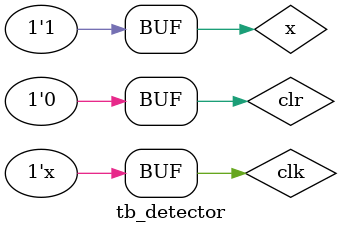
<source format=v>
module tb_detector();
reg clk,clr,x;
wire bool;
detector i1(.clk(clk),.clr(clr),.x(x),.bool(bool));
always begin #20 clk=~clk;end
initial begin
clk=0;x=0;clr=1;
#90;clr=0;x=1;
#40;x=0;#40;x=1;
#40;x=0;#40;x=0;
#40;x=1;#40;x=0;
#40;x=1;#40;x=0;
#40;x=0;#40;x=1;
end endmodule
</source>
